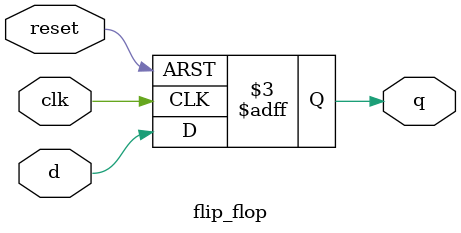
<source format=sv>
`timescale 1ns / 1ps


module flip_flop(
input logic clk,
input logic reset,
input logic d,
output logic q
    );
    
    always @(posedge clk , negedge reset)
    begin
        if(!reset)
            q <= 0;
        else
            q <= d;
    end
endmodule

</source>
